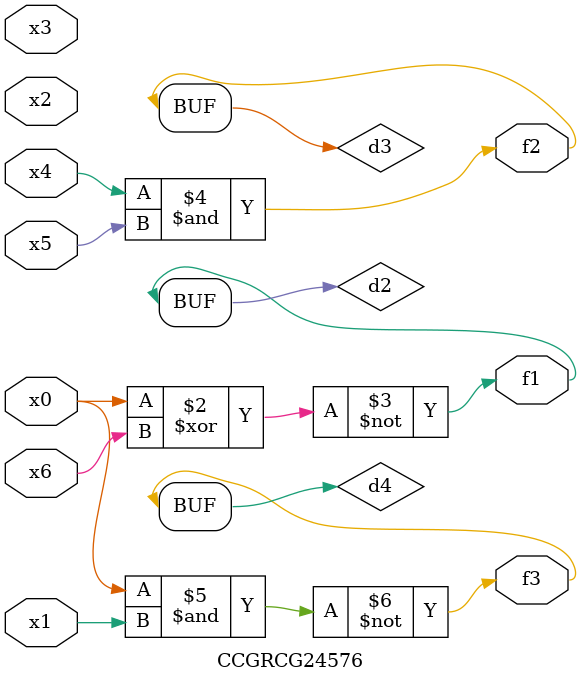
<source format=v>
module CCGRCG24576(
	input x0, x1, x2, x3, x4, x5, x6,
	output f1, f2, f3
);

	wire d1, d2, d3, d4;

	nor (d1, x0);
	xnor (d2, x0, x6);
	and (d3, x4, x5);
	nand (d4, x0, x1);
	assign f1 = d2;
	assign f2 = d3;
	assign f3 = d4;
endmodule

</source>
